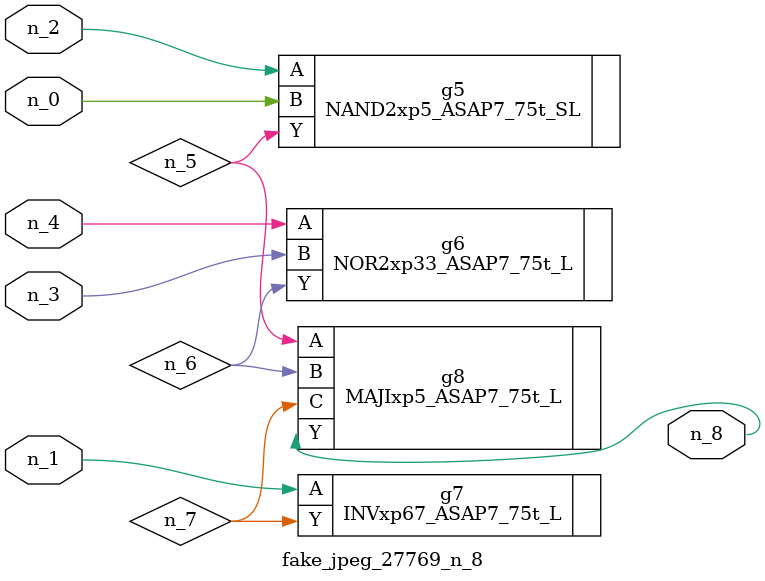
<source format=v>
module fake_jpeg_27769_n_8 (n_3, n_2, n_1, n_0, n_4, n_8);

input n_3;
input n_2;
input n_1;
input n_0;
input n_4;

output n_8;

wire n_6;
wire n_5;
wire n_7;

NAND2xp5_ASAP7_75t_SL g5 ( 
.A(n_2),
.B(n_0),
.Y(n_5)
);

NOR2xp33_ASAP7_75t_L g6 ( 
.A(n_4),
.B(n_3),
.Y(n_6)
);

INVxp67_ASAP7_75t_L g7 ( 
.A(n_1),
.Y(n_7)
);

MAJIxp5_ASAP7_75t_L g8 ( 
.A(n_5),
.B(n_6),
.C(n_7),
.Y(n_8)
);


endmodule
</source>
